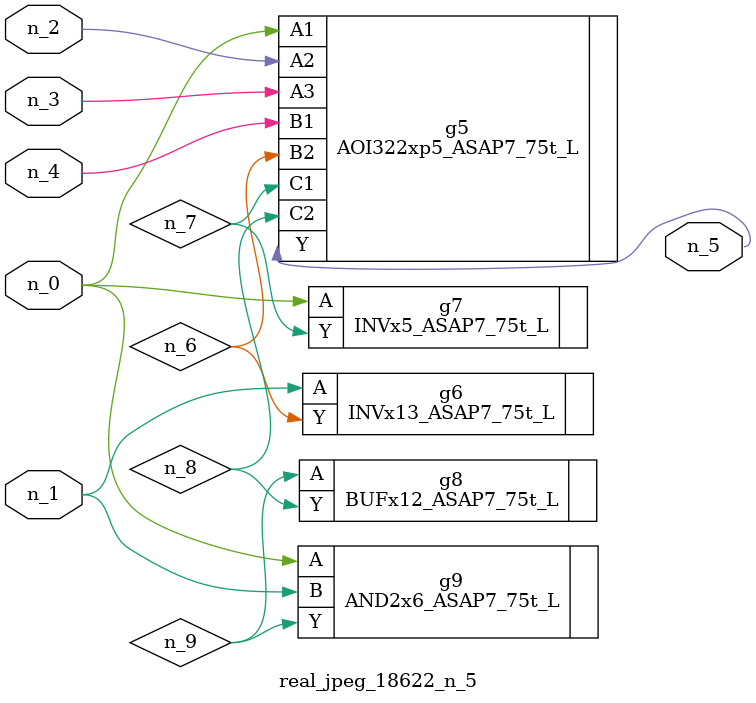
<source format=v>
module real_jpeg_18622_n_5 (n_4, n_0, n_1, n_2, n_3, n_5);

input n_4;
input n_0;
input n_1;
input n_2;
input n_3;

output n_5;

wire n_8;
wire n_6;
wire n_7;
wire n_9;

AOI322xp5_ASAP7_75t_L g5 ( 
.A1(n_0),
.A2(n_2),
.A3(n_3),
.B1(n_4),
.B2(n_6),
.C1(n_7),
.C2(n_8),
.Y(n_5)
);

INVx5_ASAP7_75t_L g7 ( 
.A(n_0),
.Y(n_7)
);

AND2x6_ASAP7_75t_L g9 ( 
.A(n_0),
.B(n_1),
.Y(n_9)
);

INVx13_ASAP7_75t_L g6 ( 
.A(n_1),
.Y(n_6)
);

BUFx12_ASAP7_75t_L g8 ( 
.A(n_9),
.Y(n_8)
);


endmodule
</source>
